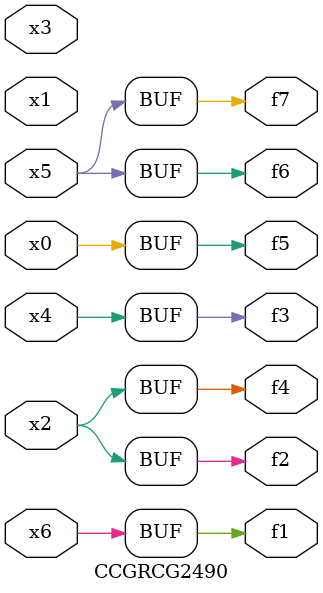
<source format=v>
module CCGRCG2490(
	input x0, x1, x2, x3, x4, x5, x6,
	output f1, f2, f3, f4, f5, f6, f7
);
	assign f1 = x6;
	assign f2 = x2;
	assign f3 = x4;
	assign f4 = x2;
	assign f5 = x0;
	assign f6 = x5;
	assign f7 = x5;
endmodule

</source>
